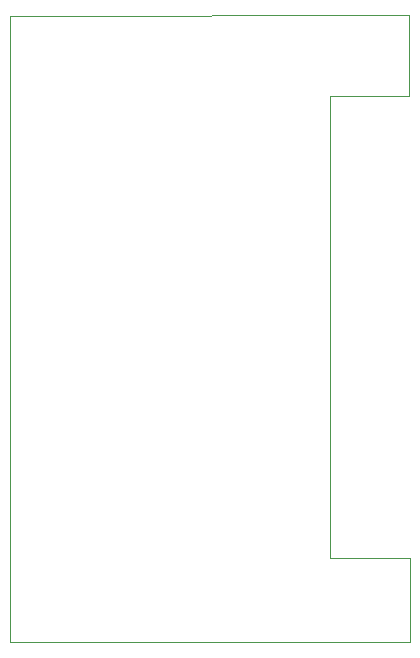
<source format=gm1>
%TF.GenerationSoftware,KiCad,Pcbnew,8.0.4*%
%TF.CreationDate,2025-01-30T18:37:50+05:30*%
%TF.ProjectId,Bread_board_power_supply,42726561-645f-4626-9f61-72645f706f77,1*%
%TF.SameCoordinates,Original*%
%TF.FileFunction,Profile,NP*%
%FSLAX46Y46*%
G04 Gerber Fmt 4.6, Leading zero omitted, Abs format (unit mm)*
G04 Created by KiCad (PCBNEW 8.0.4) date 2025-01-30 18:37:50*
%MOMM*%
%LPD*%
G01*
G04 APERTURE LIST*
%TA.AperFunction,Profile*%
%ADD10C,0.050000*%
%TD*%
G04 APERTURE END LIST*
D10*
X104500000Y-99320000D02*
X104550000Y-99320000D01*
X104550000Y-92225000D02*
X104550000Y-99320000D01*
X97780000Y-92225000D02*
X104550000Y-92225000D01*
X70750000Y-99320000D02*
X70750000Y-46275000D01*
X70750000Y-46275000D02*
X104525000Y-46272500D01*
X104500000Y-99320000D02*
X70750000Y-99320000D01*
X104525000Y-46272500D02*
X104525000Y-53077500D01*
X97780000Y-53085000D02*
X104525000Y-53077500D01*
X97780000Y-92225000D02*
X97780000Y-53085000D01*
M02*

</source>
